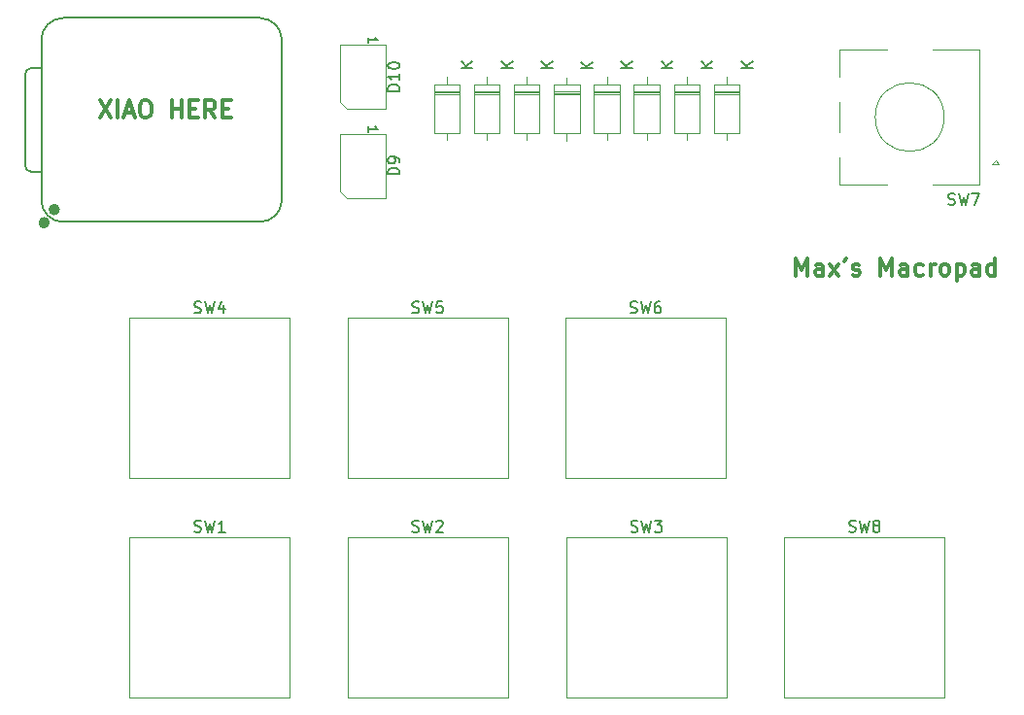
<source format=gbr>
G04 #@! TF.GenerationSoftware,KiCad,Pcbnew,9.0.7*
G04 #@! TF.CreationDate,2026-02-11T18:03:55+01:00*
G04 #@! TF.ProjectId,Schematic.kicad_pcb_2,53636865-6d61-4746-9963-2e6b69636164,rev?*
G04 #@! TF.SameCoordinates,Original*
G04 #@! TF.FileFunction,Legend,Top*
G04 #@! TF.FilePolarity,Positive*
%FSLAX46Y46*%
G04 Gerber Fmt 4.6, Leading zero omitted, Abs format (unit mm)*
G04 Created by KiCad (PCBNEW 9.0.7) date 2026-02-11 18:03:55*
%MOMM*%
%LPD*%
G01*
G04 APERTURE LIST*
%ADD10C,0.300000*%
%ADD11C,0.150000*%
%ADD12C,0.120000*%
%ADD13C,0.127000*%
%ADD14C,0.100000*%
%ADD15C,0.504000*%
G04 APERTURE END LIST*
D10*
X23161653Y-28050828D02*
X24161653Y-29550828D01*
X24161653Y-28050828D02*
X23161653Y-29550828D01*
X24733081Y-29550828D02*
X24733081Y-28050828D01*
X25375939Y-29122257D02*
X26090225Y-29122257D01*
X25233082Y-29550828D02*
X25733082Y-28050828D01*
X25733082Y-28050828D02*
X26233082Y-29550828D01*
X27018796Y-28050828D02*
X27304510Y-28050828D01*
X27304510Y-28050828D02*
X27447367Y-28122257D01*
X27447367Y-28122257D02*
X27590224Y-28265114D01*
X27590224Y-28265114D02*
X27661653Y-28550828D01*
X27661653Y-28550828D02*
X27661653Y-29050828D01*
X27661653Y-29050828D02*
X27590224Y-29336542D01*
X27590224Y-29336542D02*
X27447367Y-29479400D01*
X27447367Y-29479400D02*
X27304510Y-29550828D01*
X27304510Y-29550828D02*
X27018796Y-29550828D01*
X27018796Y-29550828D02*
X26875939Y-29479400D01*
X26875939Y-29479400D02*
X26733081Y-29336542D01*
X26733081Y-29336542D02*
X26661653Y-29050828D01*
X26661653Y-29050828D02*
X26661653Y-28550828D01*
X26661653Y-28550828D02*
X26733081Y-28265114D01*
X26733081Y-28265114D02*
X26875939Y-28122257D01*
X26875939Y-28122257D02*
X27018796Y-28050828D01*
X29447367Y-29550828D02*
X29447367Y-28050828D01*
X29447367Y-28765114D02*
X30304510Y-28765114D01*
X30304510Y-29550828D02*
X30304510Y-28050828D01*
X31018796Y-28765114D02*
X31518796Y-28765114D01*
X31733082Y-29550828D02*
X31018796Y-29550828D01*
X31018796Y-29550828D02*
X31018796Y-28050828D01*
X31018796Y-28050828D02*
X31733082Y-28050828D01*
X33233082Y-29550828D02*
X32733082Y-28836542D01*
X32375939Y-29550828D02*
X32375939Y-28050828D01*
X32375939Y-28050828D02*
X32947368Y-28050828D01*
X32947368Y-28050828D02*
X33090225Y-28122257D01*
X33090225Y-28122257D02*
X33161654Y-28193685D01*
X33161654Y-28193685D02*
X33233082Y-28336542D01*
X33233082Y-28336542D02*
X33233082Y-28550828D01*
X33233082Y-28550828D02*
X33161654Y-28693685D01*
X33161654Y-28693685D02*
X33090225Y-28765114D01*
X33090225Y-28765114D02*
X32947368Y-28836542D01*
X32947368Y-28836542D02*
X32375939Y-28836542D01*
X33875939Y-28765114D02*
X34375939Y-28765114D01*
X34590225Y-29550828D02*
X33875939Y-29550828D01*
X33875939Y-29550828D02*
X33875939Y-28050828D01*
X33875939Y-28050828D02*
X34590225Y-28050828D01*
X83854510Y-43300828D02*
X83854510Y-41800828D01*
X83854510Y-41800828D02*
X84354510Y-42872257D01*
X84354510Y-42872257D02*
X84854510Y-41800828D01*
X84854510Y-41800828D02*
X84854510Y-43300828D01*
X86211654Y-43300828D02*
X86211654Y-42515114D01*
X86211654Y-42515114D02*
X86140225Y-42372257D01*
X86140225Y-42372257D02*
X85997368Y-42300828D01*
X85997368Y-42300828D02*
X85711654Y-42300828D01*
X85711654Y-42300828D02*
X85568796Y-42372257D01*
X86211654Y-43229400D02*
X86068796Y-43300828D01*
X86068796Y-43300828D02*
X85711654Y-43300828D01*
X85711654Y-43300828D02*
X85568796Y-43229400D01*
X85568796Y-43229400D02*
X85497368Y-43086542D01*
X85497368Y-43086542D02*
X85497368Y-42943685D01*
X85497368Y-42943685D02*
X85568796Y-42800828D01*
X85568796Y-42800828D02*
X85711654Y-42729400D01*
X85711654Y-42729400D02*
X86068796Y-42729400D01*
X86068796Y-42729400D02*
X86211654Y-42657971D01*
X86783082Y-43300828D02*
X87568797Y-42300828D01*
X86783082Y-42300828D02*
X87568797Y-43300828D01*
X88211654Y-41800828D02*
X88068797Y-42086542D01*
X88783083Y-43229400D02*
X88925940Y-43300828D01*
X88925940Y-43300828D02*
X89211654Y-43300828D01*
X89211654Y-43300828D02*
X89354511Y-43229400D01*
X89354511Y-43229400D02*
X89425940Y-43086542D01*
X89425940Y-43086542D02*
X89425940Y-43015114D01*
X89425940Y-43015114D02*
X89354511Y-42872257D01*
X89354511Y-42872257D02*
X89211654Y-42800828D01*
X89211654Y-42800828D02*
X88997369Y-42800828D01*
X88997369Y-42800828D02*
X88854511Y-42729400D01*
X88854511Y-42729400D02*
X88783083Y-42586542D01*
X88783083Y-42586542D02*
X88783083Y-42515114D01*
X88783083Y-42515114D02*
X88854511Y-42372257D01*
X88854511Y-42372257D02*
X88997369Y-42300828D01*
X88997369Y-42300828D02*
X89211654Y-42300828D01*
X89211654Y-42300828D02*
X89354511Y-42372257D01*
X91211654Y-43300828D02*
X91211654Y-41800828D01*
X91211654Y-41800828D02*
X91711654Y-42872257D01*
X91711654Y-42872257D02*
X92211654Y-41800828D01*
X92211654Y-41800828D02*
X92211654Y-43300828D01*
X93568798Y-43300828D02*
X93568798Y-42515114D01*
X93568798Y-42515114D02*
X93497369Y-42372257D01*
X93497369Y-42372257D02*
X93354512Y-42300828D01*
X93354512Y-42300828D02*
X93068798Y-42300828D01*
X93068798Y-42300828D02*
X92925940Y-42372257D01*
X93568798Y-43229400D02*
X93425940Y-43300828D01*
X93425940Y-43300828D02*
X93068798Y-43300828D01*
X93068798Y-43300828D02*
X92925940Y-43229400D01*
X92925940Y-43229400D02*
X92854512Y-43086542D01*
X92854512Y-43086542D02*
X92854512Y-42943685D01*
X92854512Y-42943685D02*
X92925940Y-42800828D01*
X92925940Y-42800828D02*
X93068798Y-42729400D01*
X93068798Y-42729400D02*
X93425940Y-42729400D01*
X93425940Y-42729400D02*
X93568798Y-42657971D01*
X94925941Y-43229400D02*
X94783083Y-43300828D01*
X94783083Y-43300828D02*
X94497369Y-43300828D01*
X94497369Y-43300828D02*
X94354512Y-43229400D01*
X94354512Y-43229400D02*
X94283083Y-43157971D01*
X94283083Y-43157971D02*
X94211655Y-43015114D01*
X94211655Y-43015114D02*
X94211655Y-42586542D01*
X94211655Y-42586542D02*
X94283083Y-42443685D01*
X94283083Y-42443685D02*
X94354512Y-42372257D01*
X94354512Y-42372257D02*
X94497369Y-42300828D01*
X94497369Y-42300828D02*
X94783083Y-42300828D01*
X94783083Y-42300828D02*
X94925941Y-42372257D01*
X95568797Y-43300828D02*
X95568797Y-42300828D01*
X95568797Y-42586542D02*
X95640226Y-42443685D01*
X95640226Y-42443685D02*
X95711655Y-42372257D01*
X95711655Y-42372257D02*
X95854512Y-42300828D01*
X95854512Y-42300828D02*
X95997369Y-42300828D01*
X96711654Y-43300828D02*
X96568797Y-43229400D01*
X96568797Y-43229400D02*
X96497368Y-43157971D01*
X96497368Y-43157971D02*
X96425940Y-43015114D01*
X96425940Y-43015114D02*
X96425940Y-42586542D01*
X96425940Y-42586542D02*
X96497368Y-42443685D01*
X96497368Y-42443685D02*
X96568797Y-42372257D01*
X96568797Y-42372257D02*
X96711654Y-42300828D01*
X96711654Y-42300828D02*
X96925940Y-42300828D01*
X96925940Y-42300828D02*
X97068797Y-42372257D01*
X97068797Y-42372257D02*
X97140226Y-42443685D01*
X97140226Y-42443685D02*
X97211654Y-42586542D01*
X97211654Y-42586542D02*
X97211654Y-43015114D01*
X97211654Y-43015114D02*
X97140226Y-43157971D01*
X97140226Y-43157971D02*
X97068797Y-43229400D01*
X97068797Y-43229400D02*
X96925940Y-43300828D01*
X96925940Y-43300828D02*
X96711654Y-43300828D01*
X97854511Y-42300828D02*
X97854511Y-43800828D01*
X97854511Y-42372257D02*
X97997369Y-42300828D01*
X97997369Y-42300828D02*
X98283083Y-42300828D01*
X98283083Y-42300828D02*
X98425940Y-42372257D01*
X98425940Y-42372257D02*
X98497369Y-42443685D01*
X98497369Y-42443685D02*
X98568797Y-42586542D01*
X98568797Y-42586542D02*
X98568797Y-43015114D01*
X98568797Y-43015114D02*
X98497369Y-43157971D01*
X98497369Y-43157971D02*
X98425940Y-43229400D01*
X98425940Y-43229400D02*
X98283083Y-43300828D01*
X98283083Y-43300828D02*
X97997369Y-43300828D01*
X97997369Y-43300828D02*
X97854511Y-43229400D01*
X99854512Y-43300828D02*
X99854512Y-42515114D01*
X99854512Y-42515114D02*
X99783083Y-42372257D01*
X99783083Y-42372257D02*
X99640226Y-42300828D01*
X99640226Y-42300828D02*
X99354512Y-42300828D01*
X99354512Y-42300828D02*
X99211654Y-42372257D01*
X99854512Y-43229400D02*
X99711654Y-43300828D01*
X99711654Y-43300828D02*
X99354512Y-43300828D01*
X99354512Y-43300828D02*
X99211654Y-43229400D01*
X99211654Y-43229400D02*
X99140226Y-43086542D01*
X99140226Y-43086542D02*
X99140226Y-42943685D01*
X99140226Y-42943685D02*
X99211654Y-42800828D01*
X99211654Y-42800828D02*
X99354512Y-42729400D01*
X99354512Y-42729400D02*
X99711654Y-42729400D01*
X99711654Y-42729400D02*
X99854512Y-42657971D01*
X101211655Y-43300828D02*
X101211655Y-41800828D01*
X101211655Y-43229400D02*
X101068797Y-43300828D01*
X101068797Y-43300828D02*
X100783083Y-43300828D01*
X100783083Y-43300828D02*
X100640226Y-43229400D01*
X100640226Y-43229400D02*
X100568797Y-43157971D01*
X100568797Y-43157971D02*
X100497369Y-43015114D01*
X100497369Y-43015114D02*
X100497369Y-42586542D01*
X100497369Y-42586542D02*
X100568797Y-42443685D01*
X100568797Y-42443685D02*
X100640226Y-42372257D01*
X100640226Y-42372257D02*
X100783083Y-42300828D01*
X100783083Y-42300828D02*
X101068797Y-42300828D01*
X101068797Y-42300828D02*
X101211655Y-42372257D01*
D11*
X31416667Y-65613200D02*
X31559524Y-65660819D01*
X31559524Y-65660819D02*
X31797619Y-65660819D01*
X31797619Y-65660819D02*
X31892857Y-65613200D01*
X31892857Y-65613200D02*
X31940476Y-65565580D01*
X31940476Y-65565580D02*
X31988095Y-65470342D01*
X31988095Y-65470342D02*
X31988095Y-65375104D01*
X31988095Y-65375104D02*
X31940476Y-65279866D01*
X31940476Y-65279866D02*
X31892857Y-65232247D01*
X31892857Y-65232247D02*
X31797619Y-65184628D01*
X31797619Y-65184628D02*
X31607143Y-65137009D01*
X31607143Y-65137009D02*
X31511905Y-65089390D01*
X31511905Y-65089390D02*
X31464286Y-65041771D01*
X31464286Y-65041771D02*
X31416667Y-64946533D01*
X31416667Y-64946533D02*
X31416667Y-64851295D01*
X31416667Y-64851295D02*
X31464286Y-64756057D01*
X31464286Y-64756057D02*
X31511905Y-64708438D01*
X31511905Y-64708438D02*
X31607143Y-64660819D01*
X31607143Y-64660819D02*
X31845238Y-64660819D01*
X31845238Y-64660819D02*
X31988095Y-64708438D01*
X32321429Y-64660819D02*
X32559524Y-65660819D01*
X32559524Y-65660819D02*
X32750000Y-64946533D01*
X32750000Y-64946533D02*
X32940476Y-65660819D01*
X32940476Y-65660819D02*
X33178572Y-64660819D01*
X34083333Y-65660819D02*
X33511905Y-65660819D01*
X33797619Y-65660819D02*
X33797619Y-64660819D01*
X33797619Y-64660819D02*
X33702381Y-64803676D01*
X33702381Y-64803676D02*
X33607143Y-64898914D01*
X33607143Y-64898914D02*
X33511905Y-64946533D01*
X49292319Y-27214285D02*
X48292319Y-27214285D01*
X48292319Y-27214285D02*
X48292319Y-26976190D01*
X48292319Y-26976190D02*
X48339938Y-26833333D01*
X48339938Y-26833333D02*
X48435176Y-26738095D01*
X48435176Y-26738095D02*
X48530414Y-26690476D01*
X48530414Y-26690476D02*
X48720890Y-26642857D01*
X48720890Y-26642857D02*
X48863747Y-26642857D01*
X48863747Y-26642857D02*
X49054223Y-26690476D01*
X49054223Y-26690476D02*
X49149461Y-26738095D01*
X49149461Y-26738095D02*
X49244700Y-26833333D01*
X49244700Y-26833333D02*
X49292319Y-26976190D01*
X49292319Y-26976190D02*
X49292319Y-27214285D01*
X49292319Y-25690476D02*
X49292319Y-26261904D01*
X49292319Y-25976190D02*
X48292319Y-25976190D01*
X48292319Y-25976190D02*
X48435176Y-26071428D01*
X48435176Y-26071428D02*
X48530414Y-26166666D01*
X48530414Y-26166666D02*
X48578033Y-26261904D01*
X48292319Y-25071428D02*
X48292319Y-24976190D01*
X48292319Y-24976190D02*
X48339938Y-24880952D01*
X48339938Y-24880952D02*
X48387557Y-24833333D01*
X48387557Y-24833333D02*
X48482795Y-24785714D01*
X48482795Y-24785714D02*
X48673271Y-24738095D01*
X48673271Y-24738095D02*
X48911366Y-24738095D01*
X48911366Y-24738095D02*
X49101842Y-24785714D01*
X49101842Y-24785714D02*
X49197080Y-24833333D01*
X49197080Y-24833333D02*
X49244700Y-24880952D01*
X49244700Y-24880952D02*
X49292319Y-24976190D01*
X49292319Y-24976190D02*
X49292319Y-25071428D01*
X49292319Y-25071428D02*
X49244700Y-25166666D01*
X49244700Y-25166666D02*
X49197080Y-25214285D01*
X49197080Y-25214285D02*
X49101842Y-25261904D01*
X49101842Y-25261904D02*
X48911366Y-25309523D01*
X48911366Y-25309523D02*
X48673271Y-25309523D01*
X48673271Y-25309523D02*
X48482795Y-25261904D01*
X48482795Y-25261904D02*
X48387557Y-25214285D01*
X48387557Y-25214285D02*
X48339938Y-25166666D01*
X48339938Y-25166666D02*
X48292319Y-25071428D01*
X46600204Y-23028571D02*
X46600204Y-22571428D01*
X46600204Y-22800000D02*
X47400204Y-22800000D01*
X47400204Y-22800000D02*
X47285919Y-22723809D01*
X47285919Y-22723809D02*
X47209728Y-22647619D01*
X47209728Y-22647619D02*
X47171633Y-22571428D01*
X73095890Y-25201904D02*
X72095890Y-25201904D01*
X73095890Y-24630476D02*
X72524461Y-25059047D01*
X72095890Y-24630476D02*
X72667318Y-25201904D01*
X50416667Y-46533200D02*
X50559524Y-46580819D01*
X50559524Y-46580819D02*
X50797619Y-46580819D01*
X50797619Y-46580819D02*
X50892857Y-46533200D01*
X50892857Y-46533200D02*
X50940476Y-46485580D01*
X50940476Y-46485580D02*
X50988095Y-46390342D01*
X50988095Y-46390342D02*
X50988095Y-46295104D01*
X50988095Y-46295104D02*
X50940476Y-46199866D01*
X50940476Y-46199866D02*
X50892857Y-46152247D01*
X50892857Y-46152247D02*
X50797619Y-46104628D01*
X50797619Y-46104628D02*
X50607143Y-46057009D01*
X50607143Y-46057009D02*
X50511905Y-46009390D01*
X50511905Y-46009390D02*
X50464286Y-45961771D01*
X50464286Y-45961771D02*
X50416667Y-45866533D01*
X50416667Y-45866533D02*
X50416667Y-45771295D01*
X50416667Y-45771295D02*
X50464286Y-45676057D01*
X50464286Y-45676057D02*
X50511905Y-45628438D01*
X50511905Y-45628438D02*
X50607143Y-45580819D01*
X50607143Y-45580819D02*
X50845238Y-45580819D01*
X50845238Y-45580819D02*
X50988095Y-45628438D01*
X51321429Y-45580819D02*
X51559524Y-46580819D01*
X51559524Y-46580819D02*
X51750000Y-45866533D01*
X51750000Y-45866533D02*
X51940476Y-46580819D01*
X51940476Y-46580819D02*
X52178572Y-45580819D01*
X53035714Y-45580819D02*
X52559524Y-45580819D01*
X52559524Y-45580819D02*
X52511905Y-46057009D01*
X52511905Y-46057009D02*
X52559524Y-46009390D01*
X52559524Y-46009390D02*
X52654762Y-45961771D01*
X52654762Y-45961771D02*
X52892857Y-45961771D01*
X52892857Y-45961771D02*
X52988095Y-46009390D01*
X52988095Y-46009390D02*
X53035714Y-46057009D01*
X53035714Y-46057009D02*
X53083333Y-46152247D01*
X53083333Y-46152247D02*
X53083333Y-46390342D01*
X53083333Y-46390342D02*
X53035714Y-46485580D01*
X53035714Y-46485580D02*
X52988095Y-46533200D01*
X52988095Y-46533200D02*
X52892857Y-46580819D01*
X52892857Y-46580819D02*
X52654762Y-46580819D01*
X52654762Y-46580819D02*
X52559524Y-46533200D01*
X52559524Y-46533200D02*
X52511905Y-46485580D01*
X50416667Y-65613200D02*
X50559524Y-65660819D01*
X50559524Y-65660819D02*
X50797619Y-65660819D01*
X50797619Y-65660819D02*
X50892857Y-65613200D01*
X50892857Y-65613200D02*
X50940476Y-65565580D01*
X50940476Y-65565580D02*
X50988095Y-65470342D01*
X50988095Y-65470342D02*
X50988095Y-65375104D01*
X50988095Y-65375104D02*
X50940476Y-65279866D01*
X50940476Y-65279866D02*
X50892857Y-65232247D01*
X50892857Y-65232247D02*
X50797619Y-65184628D01*
X50797619Y-65184628D02*
X50607143Y-65137009D01*
X50607143Y-65137009D02*
X50511905Y-65089390D01*
X50511905Y-65089390D02*
X50464286Y-65041771D01*
X50464286Y-65041771D02*
X50416667Y-64946533D01*
X50416667Y-64946533D02*
X50416667Y-64851295D01*
X50416667Y-64851295D02*
X50464286Y-64756057D01*
X50464286Y-64756057D02*
X50511905Y-64708438D01*
X50511905Y-64708438D02*
X50607143Y-64660819D01*
X50607143Y-64660819D02*
X50845238Y-64660819D01*
X50845238Y-64660819D02*
X50988095Y-64708438D01*
X51321429Y-64660819D02*
X51559524Y-65660819D01*
X51559524Y-65660819D02*
X51750000Y-64946533D01*
X51750000Y-64946533D02*
X51940476Y-65660819D01*
X51940476Y-65660819D02*
X52178572Y-64660819D01*
X52511905Y-64756057D02*
X52559524Y-64708438D01*
X52559524Y-64708438D02*
X52654762Y-64660819D01*
X52654762Y-64660819D02*
X52892857Y-64660819D01*
X52892857Y-64660819D02*
X52988095Y-64708438D01*
X52988095Y-64708438D02*
X53035714Y-64756057D01*
X53035714Y-64756057D02*
X53083333Y-64851295D01*
X53083333Y-64851295D02*
X53083333Y-64946533D01*
X53083333Y-64946533D02*
X53035714Y-65089390D01*
X53035714Y-65089390D02*
X52464286Y-65660819D01*
X52464286Y-65660819D02*
X53083333Y-65660819D01*
X69476667Y-65613200D02*
X69619524Y-65660819D01*
X69619524Y-65660819D02*
X69857619Y-65660819D01*
X69857619Y-65660819D02*
X69952857Y-65613200D01*
X69952857Y-65613200D02*
X70000476Y-65565580D01*
X70000476Y-65565580D02*
X70048095Y-65470342D01*
X70048095Y-65470342D02*
X70048095Y-65375104D01*
X70048095Y-65375104D02*
X70000476Y-65279866D01*
X70000476Y-65279866D02*
X69952857Y-65232247D01*
X69952857Y-65232247D02*
X69857619Y-65184628D01*
X69857619Y-65184628D02*
X69667143Y-65137009D01*
X69667143Y-65137009D02*
X69571905Y-65089390D01*
X69571905Y-65089390D02*
X69524286Y-65041771D01*
X69524286Y-65041771D02*
X69476667Y-64946533D01*
X69476667Y-64946533D02*
X69476667Y-64851295D01*
X69476667Y-64851295D02*
X69524286Y-64756057D01*
X69524286Y-64756057D02*
X69571905Y-64708438D01*
X69571905Y-64708438D02*
X69667143Y-64660819D01*
X69667143Y-64660819D02*
X69905238Y-64660819D01*
X69905238Y-64660819D02*
X70048095Y-64708438D01*
X70381429Y-64660819D02*
X70619524Y-65660819D01*
X70619524Y-65660819D02*
X70810000Y-64946533D01*
X70810000Y-64946533D02*
X71000476Y-65660819D01*
X71000476Y-65660819D02*
X71238572Y-64660819D01*
X71524286Y-64660819D02*
X72143333Y-64660819D01*
X72143333Y-64660819D02*
X71810000Y-65041771D01*
X71810000Y-65041771D02*
X71952857Y-65041771D01*
X71952857Y-65041771D02*
X72048095Y-65089390D01*
X72048095Y-65089390D02*
X72095714Y-65137009D01*
X72095714Y-65137009D02*
X72143333Y-65232247D01*
X72143333Y-65232247D02*
X72143333Y-65470342D01*
X72143333Y-65470342D02*
X72095714Y-65565580D01*
X72095714Y-65565580D02*
X72048095Y-65613200D01*
X72048095Y-65613200D02*
X71952857Y-65660819D01*
X71952857Y-65660819D02*
X71667143Y-65660819D01*
X71667143Y-65660819D02*
X71571905Y-65613200D01*
X71571905Y-65613200D02*
X71524286Y-65565580D01*
X88476667Y-65613200D02*
X88619524Y-65660819D01*
X88619524Y-65660819D02*
X88857619Y-65660819D01*
X88857619Y-65660819D02*
X88952857Y-65613200D01*
X88952857Y-65613200D02*
X89000476Y-65565580D01*
X89000476Y-65565580D02*
X89048095Y-65470342D01*
X89048095Y-65470342D02*
X89048095Y-65375104D01*
X89048095Y-65375104D02*
X89000476Y-65279866D01*
X89000476Y-65279866D02*
X88952857Y-65232247D01*
X88952857Y-65232247D02*
X88857619Y-65184628D01*
X88857619Y-65184628D02*
X88667143Y-65137009D01*
X88667143Y-65137009D02*
X88571905Y-65089390D01*
X88571905Y-65089390D02*
X88524286Y-65041771D01*
X88524286Y-65041771D02*
X88476667Y-64946533D01*
X88476667Y-64946533D02*
X88476667Y-64851295D01*
X88476667Y-64851295D02*
X88524286Y-64756057D01*
X88524286Y-64756057D02*
X88571905Y-64708438D01*
X88571905Y-64708438D02*
X88667143Y-64660819D01*
X88667143Y-64660819D02*
X88905238Y-64660819D01*
X88905238Y-64660819D02*
X89048095Y-64708438D01*
X89381429Y-64660819D02*
X89619524Y-65660819D01*
X89619524Y-65660819D02*
X89810000Y-64946533D01*
X89810000Y-64946533D02*
X90000476Y-65660819D01*
X90000476Y-65660819D02*
X90238572Y-64660819D01*
X90762381Y-65089390D02*
X90667143Y-65041771D01*
X90667143Y-65041771D02*
X90619524Y-64994152D01*
X90619524Y-64994152D02*
X90571905Y-64898914D01*
X90571905Y-64898914D02*
X90571905Y-64851295D01*
X90571905Y-64851295D02*
X90619524Y-64756057D01*
X90619524Y-64756057D02*
X90667143Y-64708438D01*
X90667143Y-64708438D02*
X90762381Y-64660819D01*
X90762381Y-64660819D02*
X90952857Y-64660819D01*
X90952857Y-64660819D02*
X91048095Y-64708438D01*
X91048095Y-64708438D02*
X91095714Y-64756057D01*
X91095714Y-64756057D02*
X91143333Y-64851295D01*
X91143333Y-64851295D02*
X91143333Y-64898914D01*
X91143333Y-64898914D02*
X91095714Y-64994152D01*
X91095714Y-64994152D02*
X91048095Y-65041771D01*
X91048095Y-65041771D02*
X90952857Y-65089390D01*
X90952857Y-65089390D02*
X90762381Y-65089390D01*
X90762381Y-65089390D02*
X90667143Y-65137009D01*
X90667143Y-65137009D02*
X90619524Y-65184628D01*
X90619524Y-65184628D02*
X90571905Y-65279866D01*
X90571905Y-65279866D02*
X90571905Y-65470342D01*
X90571905Y-65470342D02*
X90619524Y-65565580D01*
X90619524Y-65565580D02*
X90667143Y-65613200D01*
X90667143Y-65613200D02*
X90762381Y-65660819D01*
X90762381Y-65660819D02*
X90952857Y-65660819D01*
X90952857Y-65660819D02*
X91048095Y-65613200D01*
X91048095Y-65613200D02*
X91095714Y-65565580D01*
X91095714Y-65565580D02*
X91143333Y-65470342D01*
X91143333Y-65470342D02*
X91143333Y-65279866D01*
X91143333Y-65279866D02*
X91095714Y-65184628D01*
X91095714Y-65184628D02*
X91048095Y-65137009D01*
X91048095Y-65137009D02*
X90952857Y-65089390D01*
X69610176Y-25201904D02*
X68610176Y-25201904D01*
X69610176Y-24630476D02*
X69038747Y-25059047D01*
X68610176Y-24630476D02*
X69181604Y-25201904D01*
X69416667Y-46533200D02*
X69559524Y-46580819D01*
X69559524Y-46580819D02*
X69797619Y-46580819D01*
X69797619Y-46580819D02*
X69892857Y-46533200D01*
X69892857Y-46533200D02*
X69940476Y-46485580D01*
X69940476Y-46485580D02*
X69988095Y-46390342D01*
X69988095Y-46390342D02*
X69988095Y-46295104D01*
X69988095Y-46295104D02*
X69940476Y-46199866D01*
X69940476Y-46199866D02*
X69892857Y-46152247D01*
X69892857Y-46152247D02*
X69797619Y-46104628D01*
X69797619Y-46104628D02*
X69607143Y-46057009D01*
X69607143Y-46057009D02*
X69511905Y-46009390D01*
X69511905Y-46009390D02*
X69464286Y-45961771D01*
X69464286Y-45961771D02*
X69416667Y-45866533D01*
X69416667Y-45866533D02*
X69416667Y-45771295D01*
X69416667Y-45771295D02*
X69464286Y-45676057D01*
X69464286Y-45676057D02*
X69511905Y-45628438D01*
X69511905Y-45628438D02*
X69607143Y-45580819D01*
X69607143Y-45580819D02*
X69845238Y-45580819D01*
X69845238Y-45580819D02*
X69988095Y-45628438D01*
X70321429Y-45580819D02*
X70559524Y-46580819D01*
X70559524Y-46580819D02*
X70750000Y-45866533D01*
X70750000Y-45866533D02*
X70940476Y-46580819D01*
X70940476Y-46580819D02*
X71178572Y-45580819D01*
X71988095Y-45580819D02*
X71797619Y-45580819D01*
X71797619Y-45580819D02*
X71702381Y-45628438D01*
X71702381Y-45628438D02*
X71654762Y-45676057D01*
X71654762Y-45676057D02*
X71559524Y-45818914D01*
X71559524Y-45818914D02*
X71511905Y-46009390D01*
X71511905Y-46009390D02*
X71511905Y-46390342D01*
X71511905Y-46390342D02*
X71559524Y-46485580D01*
X71559524Y-46485580D02*
X71607143Y-46533200D01*
X71607143Y-46533200D02*
X71702381Y-46580819D01*
X71702381Y-46580819D02*
X71892857Y-46580819D01*
X71892857Y-46580819D02*
X71988095Y-46533200D01*
X71988095Y-46533200D02*
X72035714Y-46485580D01*
X72035714Y-46485580D02*
X72083333Y-46390342D01*
X72083333Y-46390342D02*
X72083333Y-46152247D01*
X72083333Y-46152247D02*
X72035714Y-46057009D01*
X72035714Y-46057009D02*
X71988095Y-46009390D01*
X71988095Y-46009390D02*
X71892857Y-45961771D01*
X71892857Y-45961771D02*
X71702381Y-45961771D01*
X71702381Y-45961771D02*
X71607143Y-46009390D01*
X71607143Y-46009390D02*
X71559524Y-46057009D01*
X71559524Y-46057009D02*
X71511905Y-46152247D01*
X62638748Y-25201904D02*
X61638748Y-25201904D01*
X62638748Y-24630476D02*
X62067319Y-25059047D01*
X61638748Y-24630476D02*
X62210176Y-25201904D01*
X80067319Y-25201904D02*
X79067319Y-25201904D01*
X80067319Y-24630476D02*
X79495890Y-25059047D01*
X79067319Y-24630476D02*
X79638747Y-25201904D01*
X76581605Y-25201904D02*
X75581605Y-25201904D01*
X76581605Y-24630476D02*
X76010176Y-25059047D01*
X75581605Y-24630476D02*
X76153033Y-25201904D01*
X49292319Y-34488094D02*
X48292319Y-34488094D01*
X48292319Y-34488094D02*
X48292319Y-34249999D01*
X48292319Y-34249999D02*
X48339938Y-34107142D01*
X48339938Y-34107142D02*
X48435176Y-34011904D01*
X48435176Y-34011904D02*
X48530414Y-33964285D01*
X48530414Y-33964285D02*
X48720890Y-33916666D01*
X48720890Y-33916666D02*
X48863747Y-33916666D01*
X48863747Y-33916666D02*
X49054223Y-33964285D01*
X49054223Y-33964285D02*
X49149461Y-34011904D01*
X49149461Y-34011904D02*
X49244700Y-34107142D01*
X49244700Y-34107142D02*
X49292319Y-34249999D01*
X49292319Y-34249999D02*
X49292319Y-34488094D01*
X49292319Y-33440475D02*
X49292319Y-33249999D01*
X49292319Y-33249999D02*
X49244700Y-33154761D01*
X49244700Y-33154761D02*
X49197080Y-33107142D01*
X49197080Y-33107142D02*
X49054223Y-33011904D01*
X49054223Y-33011904D02*
X48863747Y-32964285D01*
X48863747Y-32964285D02*
X48482795Y-32964285D01*
X48482795Y-32964285D02*
X48387557Y-33011904D01*
X48387557Y-33011904D02*
X48339938Y-33059523D01*
X48339938Y-33059523D02*
X48292319Y-33154761D01*
X48292319Y-33154761D02*
X48292319Y-33345237D01*
X48292319Y-33345237D02*
X48339938Y-33440475D01*
X48339938Y-33440475D02*
X48387557Y-33488094D01*
X48387557Y-33488094D02*
X48482795Y-33535713D01*
X48482795Y-33535713D02*
X48720890Y-33535713D01*
X48720890Y-33535713D02*
X48816128Y-33488094D01*
X48816128Y-33488094D02*
X48863747Y-33440475D01*
X48863747Y-33440475D02*
X48911366Y-33345237D01*
X48911366Y-33345237D02*
X48911366Y-33154761D01*
X48911366Y-33154761D02*
X48863747Y-33059523D01*
X48863747Y-33059523D02*
X48816128Y-33011904D01*
X48816128Y-33011904D02*
X48720890Y-32964285D01*
X46600204Y-30778571D02*
X46600204Y-30321428D01*
X46600204Y-30550000D02*
X47400204Y-30550000D01*
X47400204Y-30550000D02*
X47285919Y-30473809D01*
X47285919Y-30473809D02*
X47209728Y-30397619D01*
X47209728Y-30397619D02*
X47171633Y-30321428D01*
X66124462Y-25261904D02*
X65124462Y-25261904D01*
X66124462Y-24690476D02*
X65553033Y-25119047D01*
X65124462Y-24690476D02*
X65695890Y-25261904D01*
X31416667Y-46533200D02*
X31559524Y-46580819D01*
X31559524Y-46580819D02*
X31797619Y-46580819D01*
X31797619Y-46580819D02*
X31892857Y-46533200D01*
X31892857Y-46533200D02*
X31940476Y-46485580D01*
X31940476Y-46485580D02*
X31988095Y-46390342D01*
X31988095Y-46390342D02*
X31988095Y-46295104D01*
X31988095Y-46295104D02*
X31940476Y-46199866D01*
X31940476Y-46199866D02*
X31892857Y-46152247D01*
X31892857Y-46152247D02*
X31797619Y-46104628D01*
X31797619Y-46104628D02*
X31607143Y-46057009D01*
X31607143Y-46057009D02*
X31511905Y-46009390D01*
X31511905Y-46009390D02*
X31464286Y-45961771D01*
X31464286Y-45961771D02*
X31416667Y-45866533D01*
X31416667Y-45866533D02*
X31416667Y-45771295D01*
X31416667Y-45771295D02*
X31464286Y-45676057D01*
X31464286Y-45676057D02*
X31511905Y-45628438D01*
X31511905Y-45628438D02*
X31607143Y-45580819D01*
X31607143Y-45580819D02*
X31845238Y-45580819D01*
X31845238Y-45580819D02*
X31988095Y-45628438D01*
X32321429Y-45580819D02*
X32559524Y-46580819D01*
X32559524Y-46580819D02*
X32750000Y-45866533D01*
X32750000Y-45866533D02*
X32940476Y-46580819D01*
X32940476Y-46580819D02*
X33178572Y-45580819D01*
X33988095Y-45914152D02*
X33988095Y-46580819D01*
X33750000Y-45533200D02*
X33511905Y-46247485D01*
X33511905Y-46247485D02*
X34130952Y-46247485D01*
X55667319Y-25201904D02*
X54667319Y-25201904D01*
X55667319Y-24630476D02*
X55095890Y-25059047D01*
X54667319Y-24630476D02*
X55238747Y-25201904D01*
X59153033Y-25201904D02*
X58153033Y-25201904D01*
X59153033Y-24630476D02*
X58581604Y-25059047D01*
X58153033Y-24630476D02*
X58724461Y-25201904D01*
X97116667Y-37107200D02*
X97259524Y-37154819D01*
X97259524Y-37154819D02*
X97497619Y-37154819D01*
X97497619Y-37154819D02*
X97592857Y-37107200D01*
X97592857Y-37107200D02*
X97640476Y-37059580D01*
X97640476Y-37059580D02*
X97688095Y-36964342D01*
X97688095Y-36964342D02*
X97688095Y-36869104D01*
X97688095Y-36869104D02*
X97640476Y-36773866D01*
X97640476Y-36773866D02*
X97592857Y-36726247D01*
X97592857Y-36726247D02*
X97497619Y-36678628D01*
X97497619Y-36678628D02*
X97307143Y-36631009D01*
X97307143Y-36631009D02*
X97211905Y-36583390D01*
X97211905Y-36583390D02*
X97164286Y-36535771D01*
X97164286Y-36535771D02*
X97116667Y-36440533D01*
X97116667Y-36440533D02*
X97116667Y-36345295D01*
X97116667Y-36345295D02*
X97164286Y-36250057D01*
X97164286Y-36250057D02*
X97211905Y-36202438D01*
X97211905Y-36202438D02*
X97307143Y-36154819D01*
X97307143Y-36154819D02*
X97545238Y-36154819D01*
X97545238Y-36154819D02*
X97688095Y-36202438D01*
X98021429Y-36154819D02*
X98259524Y-37154819D01*
X98259524Y-37154819D02*
X98450000Y-36440533D01*
X98450000Y-36440533D02*
X98640476Y-37154819D01*
X98640476Y-37154819D02*
X98878572Y-36154819D01*
X99164286Y-36154819D02*
X99830952Y-36154819D01*
X99830952Y-36154819D02*
X99402381Y-37154819D01*
D12*
G04 #@! TO.C,SW1*
X25765000Y-66095000D02*
X39735000Y-66095000D01*
X25765000Y-80065000D02*
X25765000Y-66095000D01*
X39735000Y-66095000D02*
X39735000Y-80065000D01*
X39735000Y-80065000D02*
X25765000Y-80065000D01*
G04 #@! TO.C,D10*
X44087500Y-23200000D02*
X44087500Y-28200000D01*
X44687500Y-28800000D02*
X44087500Y-28200000D01*
X44687500Y-28800000D02*
X48087500Y-28800000D01*
X48087500Y-23200000D02*
X44087500Y-23200000D01*
X48087500Y-23200000D02*
X48087500Y-28800000D01*
G04 #@! TO.C,D3*
X70841071Y-25980000D02*
X70841071Y-26630000D01*
X70841071Y-31520000D02*
X70841071Y-30870000D01*
X71961071Y-27230000D02*
X69721071Y-27230000D01*
X71961071Y-27350000D02*
X69721071Y-27350000D01*
X71961071Y-27470000D02*
X69721071Y-27470000D01*
X71961071Y-26630000D02*
X69721071Y-26630000D01*
X69721071Y-30870000D01*
X71961071Y-30870000D01*
X71961071Y-26630000D01*
G04 #@! TO.C,SW5*
X44765000Y-47015000D02*
X58735000Y-47015000D01*
X44765000Y-60985000D02*
X44765000Y-47015000D01*
X58735000Y-47015000D02*
X58735000Y-60985000D01*
X58735000Y-60985000D02*
X44765000Y-60985000D01*
G04 #@! TO.C,SW2*
X44765000Y-66095000D02*
X58735000Y-66095000D01*
X44765000Y-80065000D02*
X44765000Y-66095000D01*
X58735000Y-66095000D02*
X58735000Y-80065000D01*
X58735000Y-80065000D02*
X44765000Y-80065000D01*
D13*
G04 #@! TO.C,U1*
X16669000Y-33741272D02*
X16669000Y-25746000D01*
X17169000Y-25246000D02*
X18079000Y-25246000D01*
D14*
X18079000Y-22765000D02*
X18079000Y-36735000D01*
D13*
X18079000Y-22765000D02*
X18079000Y-36735000D01*
X18079000Y-34245000D02*
X17168728Y-34241272D01*
X37129000Y-20860000D02*
X19984000Y-20860000D01*
X37129000Y-38640000D02*
X19984000Y-38640000D01*
X39034000Y-36735000D02*
X39034000Y-22765000D01*
X16669000Y-25746000D02*
G75*
G02*
X17169000Y-25246000I500000J0D01*
G01*
X17168728Y-34241272D02*
G75*
G02*
X16669001Y-33741272I291J500018D01*
G01*
X18079000Y-22765000D02*
G75*
G02*
X19984000Y-20860000I1905000J0D01*
G01*
X19984000Y-38640000D02*
G75*
G02*
X18079000Y-36735000I1J1905001D01*
G01*
X37129000Y-20860000D02*
G75*
G02*
X39034000Y-22765000I0J-1905000D01*
G01*
X39034000Y-36735000D02*
G75*
G02*
X37129000Y-38640000I-1905001J1D01*
G01*
D15*
X18572000Y-38700000D02*
G75*
G02*
X18068000Y-38700000I-252000J0D01*
G01*
X18068000Y-38700000D02*
G75*
G02*
X18572000Y-38700000I252000J0D01*
G01*
X19452000Y-37557000D02*
G75*
G02*
X18948000Y-37557000I-252000J0D01*
G01*
X18948000Y-37557000D02*
G75*
G02*
X19452000Y-37557000I252000J0D01*
G01*
D12*
G04 #@! TO.C,SW3*
X63825000Y-66095000D02*
X77795000Y-66095000D01*
X63825000Y-80065000D02*
X63825000Y-66095000D01*
X77795000Y-66095000D02*
X77795000Y-80065000D01*
X77795000Y-80065000D02*
X63825000Y-80065000D01*
G04 #@! TO.C,SW8*
X82825000Y-66095000D02*
X96795000Y-66095000D01*
X82825000Y-80065000D02*
X82825000Y-66095000D01*
X96795000Y-66095000D02*
X96795000Y-80065000D01*
X96795000Y-80065000D02*
X82825000Y-80065000D01*
G04 #@! TO.C,D4*
X67355357Y-25980000D02*
X67355357Y-26630000D01*
X67355357Y-31520000D02*
X67355357Y-30870000D01*
X68475357Y-27230000D02*
X66235357Y-27230000D01*
X68475357Y-27350000D02*
X66235357Y-27350000D01*
X68475357Y-27470000D02*
X66235357Y-27470000D01*
X68475357Y-26630000D02*
X66235357Y-26630000D01*
X66235357Y-30870000D01*
X68475357Y-30870000D01*
X68475357Y-26630000D01*
G04 #@! TO.C,SW6*
X63765000Y-47015000D02*
X77735000Y-47015000D01*
X63765000Y-60985000D02*
X63765000Y-47015000D01*
X77735000Y-47015000D02*
X77735000Y-60985000D01*
X77735000Y-60985000D02*
X63765000Y-60985000D01*
G04 #@! TO.C,D6*
X60383929Y-25980000D02*
X60383929Y-26630000D01*
X60383929Y-31520000D02*
X60383929Y-30870000D01*
X61503929Y-27230000D02*
X59263929Y-27230000D01*
X61503929Y-27350000D02*
X59263929Y-27350000D01*
X61503929Y-27470000D02*
X59263929Y-27470000D01*
X61503929Y-26630000D02*
X59263929Y-26630000D01*
X59263929Y-30870000D01*
X61503929Y-30870000D01*
X61503929Y-26630000D01*
G04 #@! TO.C,D1*
X77812500Y-25980000D02*
X77812500Y-26630000D01*
X77812500Y-31520000D02*
X77812500Y-30870000D01*
X78932500Y-27230000D02*
X76692500Y-27230000D01*
X78932500Y-27350000D02*
X76692500Y-27350000D01*
X78932500Y-27470000D02*
X76692500Y-27470000D01*
X78932500Y-26630000D02*
X76692500Y-26630000D01*
X76692500Y-30870000D01*
X78932500Y-30870000D01*
X78932500Y-26630000D01*
G04 #@! TO.C,D2*
X74326786Y-25980000D02*
X74326786Y-26630000D01*
X74326786Y-31520000D02*
X74326786Y-30870000D01*
X75446786Y-27230000D02*
X73206786Y-27230000D01*
X75446786Y-27350000D02*
X73206786Y-27350000D01*
X75446786Y-27470000D02*
X73206786Y-27470000D01*
X75446786Y-26630000D02*
X73206786Y-26630000D01*
X73206786Y-30870000D01*
X75446786Y-30870000D01*
X75446786Y-26630000D01*
G04 #@! TO.C,D9*
X44087500Y-30950000D02*
X44087500Y-35950000D01*
X44687500Y-36550000D02*
X44087500Y-35950000D01*
X44687500Y-36550000D02*
X48087500Y-36550000D01*
X48087500Y-30950000D02*
X44087500Y-30950000D01*
X48087500Y-30950000D02*
X48087500Y-36550000D01*
G04 #@! TO.C,D5*
X63869643Y-26040000D02*
X63869643Y-26690000D01*
X63869643Y-31580000D02*
X63869643Y-30930000D01*
X64989643Y-27290000D02*
X62749643Y-27290000D01*
X64989643Y-27410000D02*
X62749643Y-27410000D01*
X64989643Y-27530000D02*
X62749643Y-27530000D01*
X64989643Y-26690000D02*
X62749643Y-26690000D01*
X62749643Y-30930000D01*
X64989643Y-30930000D01*
X64989643Y-26690000D01*
G04 #@! TO.C,SW4*
X25765000Y-47015000D02*
X39735000Y-47015000D01*
X25765000Y-60985000D02*
X25765000Y-47015000D01*
X39735000Y-47015000D02*
X39735000Y-60985000D01*
X39735000Y-60985000D02*
X25765000Y-60985000D01*
G04 #@! TO.C,D8*
X53412500Y-25980000D02*
X53412500Y-26630000D01*
X53412500Y-31520000D02*
X53412500Y-30870000D01*
X54532500Y-27230000D02*
X52292500Y-27230000D01*
X54532500Y-27350000D02*
X52292500Y-27350000D01*
X54532500Y-27470000D02*
X52292500Y-27470000D01*
X54532500Y-26630000D02*
X52292500Y-26630000D01*
X52292500Y-30870000D01*
X54532500Y-30870000D01*
X54532500Y-26630000D01*
G04 #@! TO.C,D7*
X56898214Y-25980000D02*
X56898214Y-26630000D01*
X56898214Y-31520000D02*
X56898214Y-30870000D01*
X58018214Y-27230000D02*
X55778214Y-27230000D01*
X58018214Y-27350000D02*
X55778214Y-27350000D01*
X58018214Y-27470000D02*
X55778214Y-27470000D01*
X58018214Y-26630000D02*
X55778214Y-26630000D01*
X55778214Y-30870000D01*
X58018214Y-30870000D01*
X58018214Y-26630000D01*
G04 #@! TO.C,SW7*
X87650000Y-23600000D02*
X91750000Y-23600000D01*
X87650000Y-26000000D02*
X87650000Y-23600000D01*
X87650000Y-30800000D02*
X87650000Y-28200000D01*
X87650000Y-35400000D02*
X87650000Y-33000000D01*
X91750000Y-35400000D02*
X87650000Y-35400000D01*
X95750000Y-23600000D02*
X99850000Y-23600000D01*
X95750000Y-35400000D02*
X99850000Y-35400000D01*
X99850000Y-35400000D02*
X99850000Y-23600000D01*
X100950000Y-33600000D02*
X101250000Y-33300000D01*
X101250000Y-33300000D02*
X101550000Y-33600000D01*
X101550000Y-33600000D02*
X100950000Y-33600000D01*
X96750000Y-29500000D02*
G75*
G02*
X90750000Y-29500000I-3000000J0D01*
G01*
X90750000Y-29500000D02*
G75*
G02*
X96750000Y-29500000I3000000J0D01*
G01*
G04 #@! TD*
M02*

</source>
